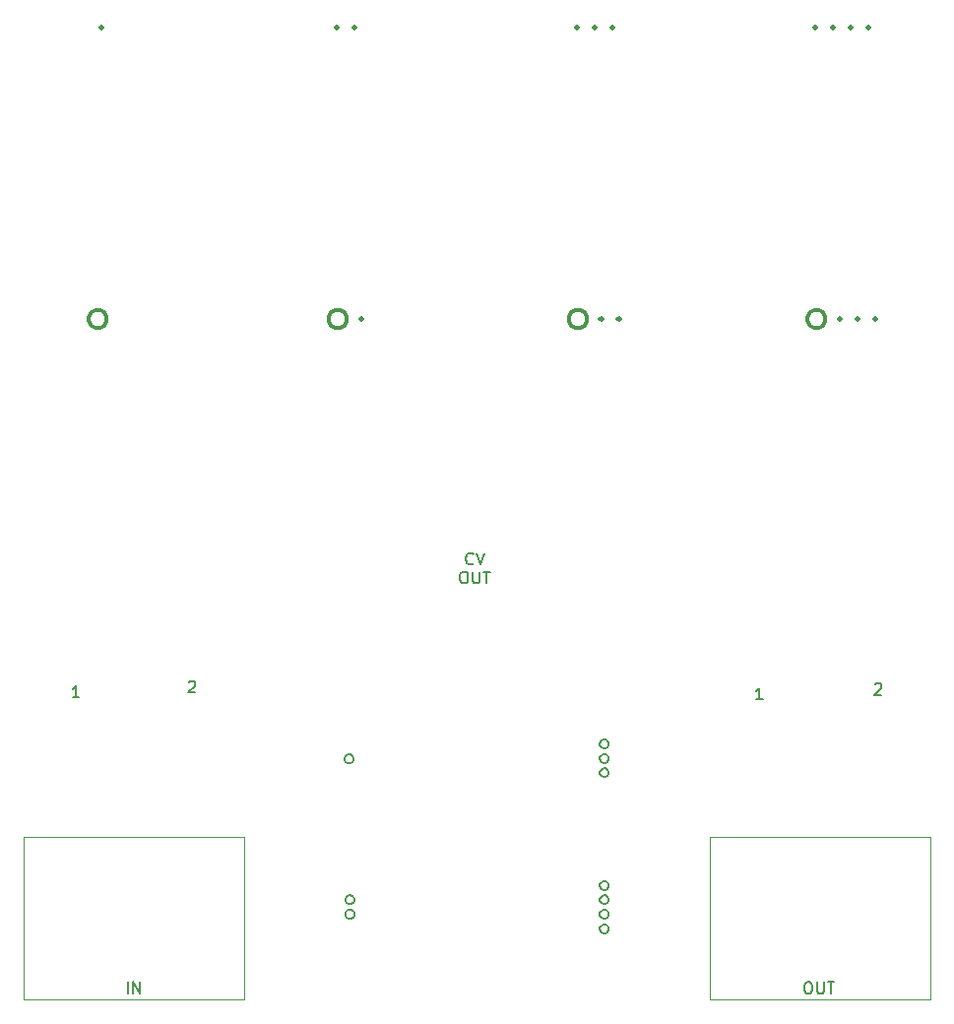
<source format=gbr>
%TF.GenerationSoftware,KiCad,Pcbnew,(6.0.8-1)-1*%
%TF.CreationDate,2023-03-17T06:51:06-04:00*%
%TF.ProjectId,panel,70616e65-6c2e-46b6-9963-61645f706362,rev?*%
%TF.SameCoordinates,Original*%
%TF.FileFunction,Legend,Top*%
%TF.FilePolarity,Positive*%
%FSLAX46Y46*%
G04 Gerber Fmt 4.6, Leading zero omitted, Abs format (unit mm)*
G04 Created by KiCad (PCBNEW (6.0.8-1)-1) date 2023-03-17 06:51:06*
%MOMM*%
%LPD*%
G01*
G04 APERTURE LIST*
%ADD10C,0.120000*%
%ADD11C,0.150000*%
%ADD12C,0.300000*%
G04 APERTURE END LIST*
D10*
X170900000Y-127100000D02*
X189900000Y-127100000D01*
X189900000Y-127100000D02*
X189900000Y-141000000D01*
X189900000Y-141000000D02*
X170900000Y-141000000D01*
X170900000Y-141000000D02*
X170900000Y-127100000D01*
X111900000Y-127100000D02*
X130900000Y-127100000D01*
X130900000Y-127100000D02*
X130900000Y-141000000D01*
X130900000Y-141000000D02*
X111900000Y-141000000D01*
X111900000Y-141000000D02*
X111900000Y-127100000D01*
D11*
X161490476Y-135052381D02*
X161490476Y-134861905D01*
X161585714Y-134671429D01*
X161776190Y-134576191D01*
X161966666Y-134576191D01*
X162157142Y-134671429D01*
X162252380Y-134861905D01*
X162252380Y-135052381D01*
X162157142Y-135242858D01*
X161966666Y-135338096D01*
X161776190Y-135338096D01*
X161585714Y-135242858D01*
X161490476Y-135052381D01*
X161490476Y-133814286D02*
X161490476Y-133623810D01*
X161585714Y-133433334D01*
X161776190Y-133338096D01*
X161966666Y-133338096D01*
X162157142Y-133433334D01*
X162252380Y-133623810D01*
X162252380Y-133814286D01*
X162157142Y-134004762D01*
X161966666Y-134100001D01*
X161776190Y-134100001D01*
X161585714Y-134004762D01*
X161490476Y-133814286D01*
X161490476Y-132576191D02*
X161490476Y-132385715D01*
X161585714Y-132195239D01*
X161776190Y-132100001D01*
X161966666Y-132100001D01*
X162157142Y-132195239D01*
X162252380Y-132385715D01*
X162252380Y-132576191D01*
X162157142Y-132766667D01*
X161966666Y-132861905D01*
X161776190Y-132861905D01*
X161585714Y-132766667D01*
X161490476Y-132576191D01*
X161490476Y-131338096D02*
X161490476Y-131147620D01*
X161585714Y-130957143D01*
X161776190Y-130861905D01*
X161966666Y-130861905D01*
X162157142Y-130957143D01*
X162252380Y-131147620D01*
X162252380Y-131338096D01*
X162157142Y-131528572D01*
X161966666Y-131623810D01*
X161776190Y-131623810D01*
X161585714Y-131528572D01*
X161490476Y-131338096D01*
D12*
X180014285Y-57347619D02*
X179919047Y-57442857D01*
X180014285Y-57538095D01*
X180109523Y-57442857D01*
X180014285Y-57347619D01*
X180014285Y-57538095D01*
X181538095Y-57347619D02*
X181442857Y-57442857D01*
X181538095Y-57538095D01*
X181633333Y-57442857D01*
X181538095Y-57347619D01*
X181538095Y-57538095D01*
X183061904Y-57347619D02*
X182966666Y-57442857D01*
X183061904Y-57538095D01*
X183157142Y-57442857D01*
X183061904Y-57347619D01*
X183061904Y-57538095D01*
X184585714Y-57347619D02*
X184490476Y-57442857D01*
X184585714Y-57538095D01*
X184680952Y-57442857D01*
X184585714Y-57347619D01*
X184585714Y-57538095D01*
X138747619Y-81780952D02*
X139128571Y-81780952D01*
X139509523Y-81971428D01*
X139700000Y-82352380D01*
X139700000Y-82733333D01*
X139509523Y-83114285D01*
X139128571Y-83304761D01*
X138747619Y-83304761D01*
X138366666Y-83114285D01*
X138176190Y-82733333D01*
X138176190Y-82352380D01*
X138366666Y-81971428D01*
X138747619Y-81780952D01*
X140938095Y-82447619D02*
X140842857Y-82542857D01*
X140938095Y-82638095D01*
X141033333Y-82542857D01*
X140938095Y-82447619D01*
X140938095Y-82638095D01*
D11*
X185114285Y-113947619D02*
X185161904Y-113900000D01*
X185257142Y-113852380D01*
X185495238Y-113852380D01*
X185590476Y-113900000D01*
X185638095Y-113947619D01*
X185685714Y-114042857D01*
X185685714Y-114138095D01*
X185638095Y-114280952D01*
X185066666Y-114852380D01*
X185685714Y-114852380D01*
X175485714Y-115252380D02*
X174914285Y-115252380D01*
X175200000Y-115252380D02*
X175200000Y-114252380D01*
X175104761Y-114395238D01*
X175009523Y-114490476D01*
X174914285Y-114538095D01*
X139590476Y-133814285D02*
X139590476Y-133623809D01*
X139685714Y-133433333D01*
X139876190Y-133338095D01*
X140066666Y-133338095D01*
X140257142Y-133433333D01*
X140352380Y-133623809D01*
X140352380Y-133814285D01*
X140257142Y-134004761D01*
X140066666Y-134100000D01*
X139876190Y-134100000D01*
X139685714Y-134004761D01*
X139590476Y-133814285D01*
X139590476Y-132576190D02*
X139590476Y-132385714D01*
X139685714Y-132195238D01*
X139876190Y-132100000D01*
X140066666Y-132100000D01*
X140257142Y-132195238D01*
X140352380Y-132385714D01*
X140352380Y-132576190D01*
X140257142Y-132766666D01*
X140066666Y-132861904D01*
X139876190Y-132861904D01*
X139685714Y-132766666D01*
X139590476Y-132576190D01*
D12*
X159476190Y-57347619D02*
X159380952Y-57442857D01*
X159476190Y-57538095D01*
X159571428Y-57442857D01*
X159476190Y-57347619D01*
X159476190Y-57538095D01*
X161000000Y-57347619D02*
X160904761Y-57442857D01*
X161000000Y-57538095D01*
X161095238Y-57442857D01*
X161000000Y-57347619D01*
X161000000Y-57538095D01*
X162523809Y-57347619D02*
X162428571Y-57442857D01*
X162523809Y-57538095D01*
X162619047Y-57442857D01*
X162523809Y-57347619D01*
X162523809Y-57538095D01*
D11*
X120876190Y-140552380D02*
X120876190Y-139552380D01*
X121352380Y-140552380D02*
X121352380Y-139552380D01*
X121923809Y-140552380D01*
X121923809Y-139552380D01*
D12*
X159385714Y-81780952D02*
X159766666Y-81780952D01*
X160147619Y-81971428D01*
X160338095Y-82352380D01*
X160338095Y-82733333D01*
X160147619Y-83114285D01*
X159766666Y-83304761D01*
X159385714Y-83304761D01*
X159004761Y-83114285D01*
X158814285Y-82733333D01*
X158814285Y-82352380D01*
X159004761Y-81971428D01*
X159385714Y-81780952D01*
X161576190Y-82447619D02*
X161480952Y-82542857D01*
X161576190Y-82638095D01*
X161671428Y-82542857D01*
X161576190Y-82447619D01*
X161576190Y-82638095D01*
X163100000Y-82447619D02*
X163004761Y-82542857D01*
X163100000Y-82638095D01*
X163195238Y-82542857D01*
X163100000Y-82447619D01*
X163100000Y-82638095D01*
D11*
X150580952Y-103552142D02*
X150533333Y-103599761D01*
X150390476Y-103647380D01*
X150295238Y-103647380D01*
X150152380Y-103599761D01*
X150057142Y-103504523D01*
X150009523Y-103409285D01*
X149961904Y-103218809D01*
X149961904Y-103075952D01*
X150009523Y-102885476D01*
X150057142Y-102790238D01*
X150152380Y-102695000D01*
X150295238Y-102647380D01*
X150390476Y-102647380D01*
X150533333Y-102695000D01*
X150580952Y-102742619D01*
X150866666Y-102647380D02*
X151200000Y-103647380D01*
X151533333Y-102647380D01*
X149700000Y-104257380D02*
X149890476Y-104257380D01*
X149985714Y-104305000D01*
X150080952Y-104400238D01*
X150128571Y-104590714D01*
X150128571Y-104924047D01*
X150080952Y-105114523D01*
X149985714Y-105209761D01*
X149890476Y-105257380D01*
X149700000Y-105257380D01*
X149604761Y-105209761D01*
X149509523Y-105114523D01*
X149461904Y-104924047D01*
X149461904Y-104590714D01*
X149509523Y-104400238D01*
X149604761Y-104305000D01*
X149700000Y-104257380D01*
X150557142Y-104257380D02*
X150557142Y-105066904D01*
X150604761Y-105162142D01*
X150652380Y-105209761D01*
X150747619Y-105257380D01*
X150938095Y-105257380D01*
X151033333Y-105209761D01*
X151080952Y-105162142D01*
X151128571Y-105066904D01*
X151128571Y-104257380D01*
X151461904Y-104257380D02*
X152033333Y-104257380D01*
X151747619Y-105257380D02*
X151747619Y-104257380D01*
X139804761Y-119990476D02*
X139995238Y-119990476D01*
X140185714Y-120085714D01*
X140280952Y-120276190D01*
X140280952Y-120466666D01*
X140185714Y-120657142D01*
X139995238Y-120752380D01*
X139804761Y-120752380D01*
X139614285Y-120657142D01*
X139519047Y-120466666D01*
X139519047Y-120276190D01*
X139614285Y-120085714D01*
X139804761Y-119990476D01*
X179300000Y-139552380D02*
X179490476Y-139552380D01*
X179585714Y-139600000D01*
X179680952Y-139695238D01*
X179728571Y-139885714D01*
X179728571Y-140219047D01*
X179680952Y-140409523D01*
X179585714Y-140504761D01*
X179490476Y-140552380D01*
X179300000Y-140552380D01*
X179204761Y-140504761D01*
X179109523Y-140409523D01*
X179061904Y-140219047D01*
X179061904Y-139885714D01*
X179109523Y-139695238D01*
X179204761Y-139600000D01*
X179300000Y-139552380D01*
X180157142Y-139552380D02*
X180157142Y-140361904D01*
X180204761Y-140457142D01*
X180252380Y-140504761D01*
X180347619Y-140552380D01*
X180538095Y-140552380D01*
X180633333Y-140504761D01*
X180680952Y-140457142D01*
X180728571Y-140361904D01*
X180728571Y-139552380D01*
X181061904Y-139552380D02*
X181633333Y-139552380D01*
X181347619Y-140552380D02*
X181347619Y-139552380D01*
X116685714Y-115052380D02*
X116114285Y-115052380D01*
X116400000Y-115052380D02*
X116400000Y-114052380D01*
X116304761Y-114195238D01*
X116209523Y-114290476D01*
X116114285Y-114338095D01*
D12*
X118109523Y-81780952D02*
X118490476Y-81780952D01*
X118871428Y-81971428D01*
X119061904Y-82352380D01*
X119061904Y-82733333D01*
X118871428Y-83114285D01*
X118490476Y-83304761D01*
X118109523Y-83304761D01*
X117728571Y-83114285D01*
X117538095Y-82733333D01*
X117538095Y-82352380D01*
X117728571Y-81971428D01*
X118109523Y-81780952D01*
D11*
X161490476Y-121653333D02*
X161490476Y-121462857D01*
X161585714Y-121272380D01*
X161776190Y-121177142D01*
X161966666Y-121177142D01*
X162157142Y-121272380D01*
X162252380Y-121462857D01*
X162252380Y-121653333D01*
X162157142Y-121843809D01*
X161966666Y-121939047D01*
X161776190Y-121939047D01*
X161585714Y-121843809D01*
X161490476Y-121653333D01*
X161490476Y-120415238D02*
X161490476Y-120224761D01*
X161585714Y-120034285D01*
X161776190Y-119939047D01*
X161966666Y-119939047D01*
X162157142Y-120034285D01*
X162252380Y-120224761D01*
X162252380Y-120415238D01*
X162157142Y-120605714D01*
X161966666Y-120700952D01*
X161776190Y-120700952D01*
X161585714Y-120605714D01*
X161490476Y-120415238D01*
X161490476Y-119177142D02*
X161490476Y-118986666D01*
X161585714Y-118796190D01*
X161776190Y-118700952D01*
X161966666Y-118700952D01*
X162157142Y-118796190D01*
X162252380Y-118986666D01*
X162252380Y-119177142D01*
X162157142Y-119367619D01*
X161966666Y-119462857D01*
X161776190Y-119462857D01*
X161585714Y-119367619D01*
X161490476Y-119177142D01*
X126114285Y-113747619D02*
X126161904Y-113700000D01*
X126257142Y-113652380D01*
X126495238Y-113652380D01*
X126590476Y-113700000D01*
X126638095Y-113747619D01*
X126685714Y-113842857D01*
X126685714Y-113938095D01*
X126638095Y-114080952D01*
X126066666Y-114652380D01*
X126685714Y-114652380D01*
D12*
X179923809Y-81780952D02*
X180304761Y-81780952D01*
X180685714Y-81971428D01*
X180876190Y-82352380D01*
X180876190Y-82733333D01*
X180685714Y-83114285D01*
X180304761Y-83304761D01*
X179923809Y-83304761D01*
X179542857Y-83114285D01*
X179352380Y-82733333D01*
X179352380Y-82352380D01*
X179542857Y-81971428D01*
X179923809Y-81780952D01*
X182114285Y-82447619D02*
X182019047Y-82542857D01*
X182114285Y-82638095D01*
X182209523Y-82542857D01*
X182114285Y-82447619D01*
X182114285Y-82638095D01*
X183638095Y-82447619D02*
X183542857Y-82542857D01*
X183638095Y-82638095D01*
X183733333Y-82542857D01*
X183638095Y-82447619D01*
X183638095Y-82638095D01*
X185161904Y-82447619D02*
X185066666Y-82542857D01*
X185161904Y-82638095D01*
X185257142Y-82542857D01*
X185161904Y-82447619D01*
X185161904Y-82638095D01*
X118600000Y-57347619D02*
X118504761Y-57442857D01*
X118600000Y-57538095D01*
X118695238Y-57442857D01*
X118600000Y-57347619D01*
X118600000Y-57538095D01*
X138838095Y-57347619D02*
X138742857Y-57442857D01*
X138838095Y-57538095D01*
X138933333Y-57442857D01*
X138838095Y-57347619D01*
X138838095Y-57538095D01*
X140361904Y-57347619D02*
X140266666Y-57442857D01*
X140361904Y-57538095D01*
X140457142Y-57442857D01*
X140361904Y-57347619D01*
X140361904Y-57538095D01*
D11*
%TO.C,*%
%TD*%
M02*

</source>
